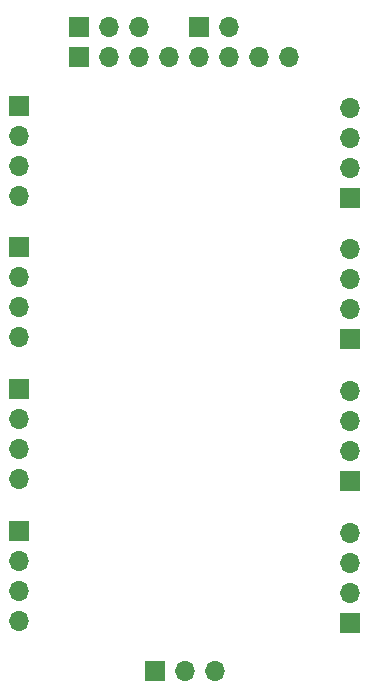
<source format=gbr>
%TF.GenerationSoftware,KiCad,Pcbnew,7.0.2-6a45011f42~172~ubuntu22.04.1*%
%TF.CreationDate,2023-05-19T09:40:27+01:00*%
%TF.ProjectId,octoHX711,6f63746f-4858-4373-9131-2e6b69636164,rev?*%
%TF.SameCoordinates,Original*%
%TF.FileFunction,Soldermask,Bot*%
%TF.FilePolarity,Negative*%
%FSLAX46Y46*%
G04 Gerber Fmt 4.6, Leading zero omitted, Abs format (unit mm)*
G04 Created by KiCad (PCBNEW 7.0.2-6a45011f42~172~ubuntu22.04.1) date 2023-05-19 09:40:27*
%MOMM*%
%LPD*%
G01*
G04 APERTURE LIST*
%ADD10R,1.700000X1.700000*%
%ADD11O,1.700000X1.700000*%
G04 APERTURE END LIST*
D10*
%TO.C,J1*%
X126895000Y-74115000D03*
D11*
X126895000Y-76655000D03*
X126895000Y-79195000D03*
X126895000Y-81735000D03*
%TD*%
D10*
%TO.C,J4*%
X126895000Y-110115000D03*
D11*
X126895000Y-112655000D03*
X126895000Y-115195000D03*
X126895000Y-117735000D03*
%TD*%
D10*
%TO.C,J5*%
X154935000Y-117890000D03*
D11*
X154935000Y-115350000D03*
X154935000Y-112810000D03*
X154935000Y-110270000D03*
%TD*%
D10*
%TO.C,J9*%
X132000000Y-70000000D03*
D11*
X134540000Y-70000000D03*
X137080000Y-70000000D03*
X139620000Y-70000000D03*
X142160000Y-70000000D03*
X144700000Y-70000000D03*
X147240000Y-70000000D03*
X149780000Y-70000000D03*
%TD*%
D10*
%TO.C,J2*%
X126895000Y-86115000D03*
D11*
X126895000Y-88655000D03*
X126895000Y-91195000D03*
X126895000Y-93735000D03*
%TD*%
D10*
%TO.C,J10*%
X132000000Y-67415000D03*
D11*
X134540000Y-67415000D03*
X137080000Y-67415000D03*
%TD*%
D10*
%TO.C,J6*%
X154935000Y-105890000D03*
D11*
X154935000Y-103350000D03*
X154935000Y-100810000D03*
X154935000Y-98270000D03*
%TD*%
D10*
%TO.C,J11*%
X142135000Y-67415000D03*
D11*
X144675000Y-67415000D03*
%TD*%
D10*
%TO.C,J3*%
X126895000Y-98115000D03*
D11*
X126895000Y-100655000D03*
X126895000Y-103195000D03*
X126895000Y-105735000D03*
%TD*%
D10*
%TO.C,J7*%
X154935000Y-93890000D03*
D11*
X154935000Y-91350000D03*
X154935000Y-88810000D03*
X154935000Y-86270000D03*
%TD*%
D10*
%TO.C,J12*%
X138460000Y-122000000D03*
D11*
X141000000Y-122000000D03*
X143540000Y-122000000D03*
%TD*%
D10*
%TO.C,J8*%
X154935000Y-81890000D03*
D11*
X154935000Y-79350000D03*
X154935000Y-76810000D03*
X154935000Y-74270000D03*
%TD*%
M02*

</source>
